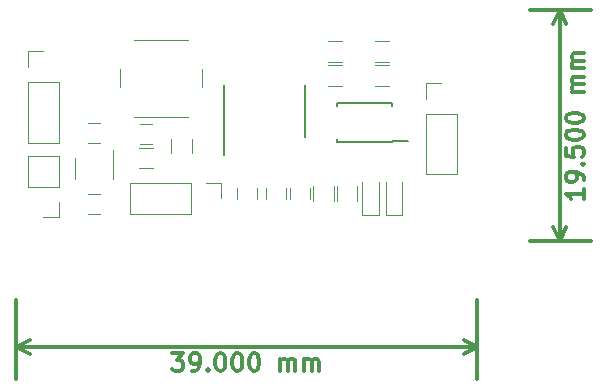
<source format=gbr>
%TF.GenerationSoftware,KiCad,Pcbnew,no-vcs-found-75b21d0~61~ubuntu14.04.1*%
%TF.CreationDate,2017-12-18T14:02:50+05:30*%
%TF.ProjectId,STM8_Flasher,53544D385F466C61736865722E6B6963,rev?*%
%TF.SameCoordinates,Original*%
%TF.FileFunction,Legend,Top*%
%TF.FilePolarity,Positive*%
%FSLAX46Y46*%
G04 Gerber Fmt 4.6, Leading zero omitted, Abs format (unit mm)*
G04 Created by KiCad (PCBNEW no-vcs-found-75b21d0~61~ubuntu14.04.1) date Mon Dec 18 14:02:50 2017*
%MOMM*%
%LPD*%
G01*
G04 APERTURE LIST*
%ADD10C,0.300000*%
%ADD11C,0.120000*%
%ADD12C,0.150000*%
G04 APERTURE END LIST*
D10*
X133028571Y-134607142D02*
X133028571Y-135464285D01*
X133028571Y-135035714D02*
X131528571Y-135035714D01*
X131742857Y-135178571D01*
X131885714Y-135321428D01*
X131957142Y-135464285D01*
X133028571Y-133892857D02*
X133028571Y-133607142D01*
X132957142Y-133464285D01*
X132885714Y-133392857D01*
X132671428Y-133250000D01*
X132385714Y-133178571D01*
X131814285Y-133178571D01*
X131671428Y-133250000D01*
X131600000Y-133321428D01*
X131528571Y-133464285D01*
X131528571Y-133750000D01*
X131600000Y-133892857D01*
X131671428Y-133964285D01*
X131814285Y-134035714D01*
X132171428Y-134035714D01*
X132314285Y-133964285D01*
X132385714Y-133892857D01*
X132457142Y-133750000D01*
X132457142Y-133464285D01*
X132385714Y-133321428D01*
X132314285Y-133250000D01*
X132171428Y-133178571D01*
X132885714Y-132535714D02*
X132957142Y-132464285D01*
X133028571Y-132535714D01*
X132957142Y-132607142D01*
X132885714Y-132535714D01*
X133028571Y-132535714D01*
X131528571Y-131107142D02*
X131528571Y-131821428D01*
X132242857Y-131892857D01*
X132171428Y-131821428D01*
X132100000Y-131678571D01*
X132100000Y-131321428D01*
X132171428Y-131178571D01*
X132242857Y-131107142D01*
X132385714Y-131035714D01*
X132742857Y-131035714D01*
X132885714Y-131107142D01*
X132957142Y-131178571D01*
X133028571Y-131321428D01*
X133028571Y-131678571D01*
X132957142Y-131821428D01*
X132885714Y-131892857D01*
X131528571Y-130107142D02*
X131528571Y-129964285D01*
X131600000Y-129821428D01*
X131671428Y-129750000D01*
X131814285Y-129678571D01*
X132100000Y-129607142D01*
X132457142Y-129607142D01*
X132742857Y-129678571D01*
X132885714Y-129750000D01*
X132957142Y-129821428D01*
X133028571Y-129964285D01*
X133028571Y-130107142D01*
X132957142Y-130250000D01*
X132885714Y-130321428D01*
X132742857Y-130392857D01*
X132457142Y-130464285D01*
X132100000Y-130464285D01*
X131814285Y-130392857D01*
X131671428Y-130321428D01*
X131600000Y-130250000D01*
X131528571Y-130107142D01*
X131528571Y-128678571D02*
X131528571Y-128535714D01*
X131600000Y-128392857D01*
X131671428Y-128321428D01*
X131814285Y-128250000D01*
X132100000Y-128178571D01*
X132457142Y-128178571D01*
X132742857Y-128250000D01*
X132885714Y-128321428D01*
X132957142Y-128392857D01*
X133028571Y-128535714D01*
X133028571Y-128678571D01*
X132957142Y-128821428D01*
X132885714Y-128892857D01*
X132742857Y-128964285D01*
X132457142Y-129035714D01*
X132100000Y-129035714D01*
X131814285Y-128964285D01*
X131671428Y-128892857D01*
X131600000Y-128821428D01*
X131528571Y-128678571D01*
X133028571Y-126392857D02*
X132028571Y-126392857D01*
X132171428Y-126392857D02*
X132100000Y-126321428D01*
X132028571Y-126178571D01*
X132028571Y-125964285D01*
X132100000Y-125821428D01*
X132242857Y-125750000D01*
X133028571Y-125750000D01*
X132242857Y-125750000D02*
X132100000Y-125678571D01*
X132028571Y-125535714D01*
X132028571Y-125321428D01*
X132100000Y-125178571D01*
X132242857Y-125107142D01*
X133028571Y-125107142D01*
X133028571Y-124392857D02*
X132028571Y-124392857D01*
X132171428Y-124392857D02*
X132100000Y-124321428D01*
X132028571Y-124178571D01*
X132028571Y-123964285D01*
X132100000Y-123821428D01*
X132242857Y-123750000D01*
X133028571Y-123750000D01*
X132242857Y-123750000D02*
X132100000Y-123678571D01*
X132028571Y-123535714D01*
X132028571Y-123321428D01*
X132100000Y-123178571D01*
X132242857Y-123107142D01*
X133028571Y-123107142D01*
X131000000Y-139000000D02*
X131000000Y-119500000D01*
X128500000Y-139000000D02*
X133700000Y-139000000D01*
X128500000Y-119500000D02*
X133700000Y-119500000D01*
X131000000Y-119500000D02*
X131586421Y-120626504D01*
X131000000Y-119500000D02*
X130413579Y-120626504D01*
X131000000Y-139000000D02*
X131586421Y-137873496D01*
X131000000Y-139000000D02*
X130413579Y-137873496D01*
X98214285Y-148528571D02*
X99142857Y-148528571D01*
X98642857Y-149100000D01*
X98857142Y-149100000D01*
X99000000Y-149171428D01*
X99071428Y-149242857D01*
X99142857Y-149385714D01*
X99142857Y-149742857D01*
X99071428Y-149885714D01*
X99000000Y-149957142D01*
X98857142Y-150028571D01*
X98428571Y-150028571D01*
X98285714Y-149957142D01*
X98214285Y-149885714D01*
X99857142Y-150028571D02*
X100142857Y-150028571D01*
X100285714Y-149957142D01*
X100357142Y-149885714D01*
X100500000Y-149671428D01*
X100571428Y-149385714D01*
X100571428Y-148814285D01*
X100500000Y-148671428D01*
X100428571Y-148600000D01*
X100285714Y-148528571D01*
X100000000Y-148528571D01*
X99857142Y-148600000D01*
X99785714Y-148671428D01*
X99714285Y-148814285D01*
X99714285Y-149171428D01*
X99785714Y-149314285D01*
X99857142Y-149385714D01*
X100000000Y-149457142D01*
X100285714Y-149457142D01*
X100428571Y-149385714D01*
X100500000Y-149314285D01*
X100571428Y-149171428D01*
X101214285Y-149885714D02*
X101285714Y-149957142D01*
X101214285Y-150028571D01*
X101142857Y-149957142D01*
X101214285Y-149885714D01*
X101214285Y-150028571D01*
X102214285Y-148528571D02*
X102357142Y-148528571D01*
X102500000Y-148600000D01*
X102571428Y-148671428D01*
X102642857Y-148814285D01*
X102714285Y-149100000D01*
X102714285Y-149457142D01*
X102642857Y-149742857D01*
X102571428Y-149885714D01*
X102500000Y-149957142D01*
X102357142Y-150028571D01*
X102214285Y-150028571D01*
X102071428Y-149957142D01*
X102000000Y-149885714D01*
X101928571Y-149742857D01*
X101857142Y-149457142D01*
X101857142Y-149100000D01*
X101928571Y-148814285D01*
X102000000Y-148671428D01*
X102071428Y-148600000D01*
X102214285Y-148528571D01*
X103642857Y-148528571D02*
X103785714Y-148528571D01*
X103928571Y-148600000D01*
X104000000Y-148671428D01*
X104071428Y-148814285D01*
X104142857Y-149100000D01*
X104142857Y-149457142D01*
X104071428Y-149742857D01*
X104000000Y-149885714D01*
X103928571Y-149957142D01*
X103785714Y-150028571D01*
X103642857Y-150028571D01*
X103500000Y-149957142D01*
X103428571Y-149885714D01*
X103357142Y-149742857D01*
X103285714Y-149457142D01*
X103285714Y-149100000D01*
X103357142Y-148814285D01*
X103428571Y-148671428D01*
X103500000Y-148600000D01*
X103642857Y-148528571D01*
X105071428Y-148528571D02*
X105214285Y-148528571D01*
X105357142Y-148600000D01*
X105428571Y-148671428D01*
X105500000Y-148814285D01*
X105571428Y-149100000D01*
X105571428Y-149457142D01*
X105500000Y-149742857D01*
X105428571Y-149885714D01*
X105357142Y-149957142D01*
X105214285Y-150028571D01*
X105071428Y-150028571D01*
X104928571Y-149957142D01*
X104857142Y-149885714D01*
X104785714Y-149742857D01*
X104714285Y-149457142D01*
X104714285Y-149100000D01*
X104785714Y-148814285D01*
X104857142Y-148671428D01*
X104928571Y-148600000D01*
X105071428Y-148528571D01*
X107357142Y-150028571D02*
X107357142Y-149028571D01*
X107357142Y-149171428D02*
X107428571Y-149100000D01*
X107571428Y-149028571D01*
X107785714Y-149028571D01*
X107928571Y-149100000D01*
X108000000Y-149242857D01*
X108000000Y-150028571D01*
X108000000Y-149242857D02*
X108071428Y-149100000D01*
X108214285Y-149028571D01*
X108428571Y-149028571D01*
X108571428Y-149100000D01*
X108642857Y-149242857D01*
X108642857Y-150028571D01*
X109357142Y-150028571D02*
X109357142Y-149028571D01*
X109357142Y-149171428D02*
X109428571Y-149100000D01*
X109571428Y-149028571D01*
X109785714Y-149028571D01*
X109928571Y-149100000D01*
X110000000Y-149242857D01*
X110000000Y-150028571D01*
X110000000Y-149242857D02*
X110071428Y-149100000D01*
X110214285Y-149028571D01*
X110428571Y-149028571D01*
X110571428Y-149100000D01*
X110642857Y-149242857D01*
X110642857Y-150028571D01*
X85000000Y-148000000D02*
X124000000Y-148000000D01*
X85000000Y-144000000D02*
X85000000Y-150700000D01*
X124000000Y-144000000D02*
X124000000Y-150700000D01*
X124000000Y-148000000D02*
X122873496Y-148586421D01*
X124000000Y-148000000D02*
X122873496Y-147413579D01*
X85000000Y-148000000D02*
X86126504Y-148586421D01*
X85000000Y-148000000D02*
X86126504Y-147413579D01*
D11*
%TO.C,J2*%
X102370000Y-134070000D02*
X102370000Y-135400000D01*
X101040000Y-134070000D02*
X102370000Y-134070000D01*
X99770000Y-134070000D02*
X99770000Y-136730000D01*
X99770000Y-136730000D02*
X94630000Y-136730000D01*
X99770000Y-134070000D02*
X94630000Y-134070000D01*
X94630000Y-134070000D02*
X94630000Y-136730000D01*
%TO.C,R8*%
X111880000Y-134400000D02*
X111880000Y-135600000D01*
X110120000Y-135600000D02*
X110120000Y-134400000D01*
D12*
%TO.C,U1*%
X109450000Y-130225000D02*
X109450000Y-125775000D01*
X102550000Y-131750000D02*
X102550000Y-125775000D01*
D11*
%TO.C,C1*%
X103650000Y-134500000D02*
X103650000Y-135500000D01*
X105350000Y-135500000D02*
X105350000Y-134500000D01*
%TO.C,C2*%
X107850000Y-135500000D02*
X107850000Y-134500000D01*
X106150000Y-134500000D02*
X106150000Y-135500000D01*
%TO.C,C3*%
X108150000Y-134500000D02*
X108150000Y-135500000D01*
X109850000Y-135500000D02*
X109850000Y-134500000D01*
%TO.C,C4*%
X95500000Y-130850000D02*
X96500000Y-130850000D01*
X96500000Y-129150000D02*
X95500000Y-129150000D01*
%TO.C,C5*%
X91050000Y-130750000D02*
X92050000Y-130750000D01*
X92050000Y-129050000D02*
X91050000Y-129050000D01*
%TO.C,C6*%
X91050000Y-136750000D02*
X92050000Y-136750000D01*
X92050000Y-135050000D02*
X91050000Y-135050000D01*
%TO.C,D1*%
X114300000Y-136800000D02*
X114300000Y-134000000D01*
X115700000Y-136800000D02*
X115700000Y-134000000D01*
X114300000Y-136800000D02*
X115700000Y-136800000D01*
%TO.C,D2*%
X116300000Y-136800000D02*
X117700000Y-136800000D01*
X117700000Y-136800000D02*
X117700000Y-134000000D01*
X116300000Y-136800000D02*
X116300000Y-134000000D01*
%TO.C,J1*%
X119670000Y-133370000D02*
X122330000Y-133370000D01*
X119670000Y-128230000D02*
X119670000Y-133370000D01*
X122330000Y-128230000D02*
X122330000Y-133370000D01*
X119670000Y-128230000D02*
X122330000Y-128230000D01*
X119670000Y-126960000D02*
X119670000Y-125630000D01*
X119670000Y-125630000D02*
X121000000Y-125630000D01*
%TO.C,J3*%
X88630000Y-131830000D02*
X85970000Y-131830000D01*
X88630000Y-134430000D02*
X88630000Y-131830000D01*
X85970000Y-134430000D02*
X85970000Y-131830000D01*
X88630000Y-134430000D02*
X85970000Y-134430000D01*
X88630000Y-135700000D02*
X88630000Y-137030000D01*
X88630000Y-137030000D02*
X87300000Y-137030000D01*
%TO.C,R1*%
X116600000Y-125880000D02*
X115400000Y-125880000D01*
X115400000Y-124120000D02*
X116600000Y-124120000D01*
%TO.C,R2*%
X115400000Y-122120000D02*
X116600000Y-122120000D01*
X116600000Y-123880000D02*
X115400000Y-123880000D01*
%TO.C,R3*%
X95400000Y-131120000D02*
X96600000Y-131120000D01*
X96600000Y-132880000D02*
X95400000Y-132880000D01*
%TO.C,R4*%
X99880000Y-130400000D02*
X99880000Y-131600000D01*
X98120000Y-131600000D02*
X98120000Y-130400000D01*
%TO.C,R5*%
X112120000Y-135600000D02*
X112120000Y-134400000D01*
X113880000Y-134400000D02*
X113880000Y-135600000D01*
%TO.C,R6*%
X111400000Y-122120000D02*
X112600000Y-122120000D01*
X112600000Y-123880000D02*
X111400000Y-123880000D01*
%TO.C,R7*%
X112600000Y-125880000D02*
X111400000Y-125880000D01*
X111400000Y-124120000D02*
X112600000Y-124120000D01*
%TO.C,SW1*%
X95000000Y-128500000D02*
X99500000Y-128500000D01*
X93750000Y-124500000D02*
X93750000Y-126000000D01*
X99500000Y-122000000D02*
X95000000Y-122000000D01*
X100750000Y-126000000D02*
X100750000Y-124500000D01*
%TO.C,U3*%
X89940000Y-132000000D02*
X89940000Y-133800000D01*
X93160000Y-133800000D02*
X93160000Y-131350000D01*
%TO.C,J4*%
X85970000Y-130710000D02*
X88630000Y-130710000D01*
X85970000Y-125570000D02*
X85970000Y-130710000D01*
X88630000Y-125570000D02*
X88630000Y-130710000D01*
X85970000Y-125570000D02*
X88630000Y-125570000D01*
X85970000Y-124300000D02*
X85970000Y-122970000D01*
X85970000Y-122970000D02*
X87300000Y-122970000D01*
D12*
%TO.C,U2*%
X116825000Y-130625000D02*
X116825000Y-130525000D01*
X112175000Y-130625000D02*
X112175000Y-130425000D01*
X112175000Y-127375000D02*
X112175000Y-127575000D01*
X116825000Y-127375000D02*
X116825000Y-127575000D01*
X116825000Y-130625000D02*
X112175000Y-130625000D01*
X116825000Y-127375000D02*
X112175000Y-127375000D01*
X116825000Y-130525000D02*
X118175000Y-130525000D01*
%TD*%
M02*

</source>
